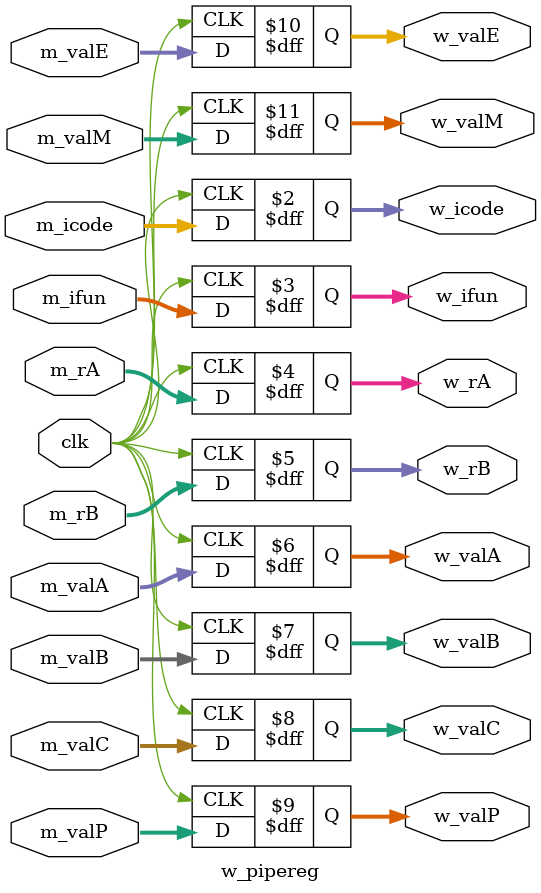
<source format=v>
`timescale 1ps/1ps

module w_pipereg(clk, m_icode, m_ifun, m_rA, m_rB, m_valC, m_valP, m_valA, m_valB, m_valE, m_valM, w_icode, w_ifun, w_rA, w_rB, w_valC, w_valP, w_valA, w_valB, w_valE, w_valM);

    parameter n = 64;
    input clk;
    input [3:0] m_icode, m_ifun;
    input [3:0] m_rA;
    input [3:0] m_rB;
    input [n-1:0] m_valA;
    input [n-1:0] m_valB;
    input [n-1:0] m_valC;
    input [n-1:0] m_valP;
    input [n-1:0] m_valE;
    input [n-1:0] m_valM;
    output reg [3:0] w_icode, w_ifun;
    output reg [3:0] w_rA;
    output reg [3:0] w_rB;
    output reg [n-1:0] w_valA;
    output reg [n-1:0] w_valB;
    output reg [n-1:0] w_valC;
    output reg [n-1:0] w_valP;
    output reg [n-1:0] w_valE;
    output reg [n-1:0] w_valM;

    always @(posedge clk) 
    begin
    w_icode <= m_icode;
    w_ifun <= m_ifun;
    w_rA <= m_rA;
    w_rB <= m_rB;
    w_valC <= m_valC;
    w_valP <= m_valP;
    w_valA <= m_valA;
    w_valB <= m_valB;
    w_valE <= m_valE;
    w_valM <= m_valM;
    end

endmodule

</source>
